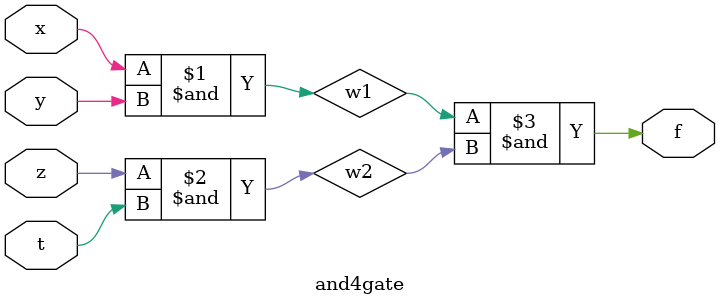
<source format=sv>
`timescale 1ns / 1ps


module and4gate(
input logic x,
input logic y,
input logic z,
input logic t,
output logic f
);

logic w1, w2;

and G1(w1,x,y);
and G2(w2, z, t);
and G3(f, w1, w2);



endmodule

</source>
